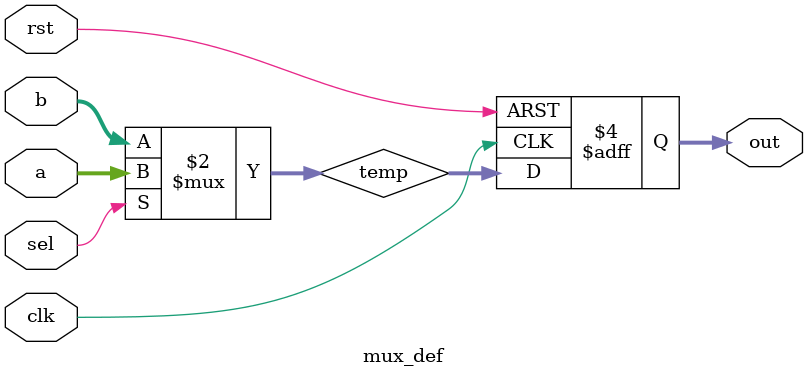
<source format=v>
module D_latch(en,D,Q);	//閂鎖器
input en,D;
output reg Q;
always@(D or en or Q)
begin
	if (en) Q=D;
	else Q = Q;
end
endmodule

module DFF_p(clk,D,Q);	//D型正反器_正緣
input clk,D;
output reg Q;
always@(posedge clk)
begin
	Q<=D;
end
endmodule

module DFF_n(clk,D,Q);	//D型正反器_負緣
input clk,D;
output reg Q;
always@(negedge clk)
begin
	Q<=D;
end
endmodule

module DFF_SR(clk,rst,in,Q);	//同步重置D型正反器
input clk,rst,in;
output reg Q;
always@(posedge clk)
begin
	if (rst) Q<=1'b0;
	else Q<=in;
end
endmodule

module DFF_AR(clk,rst,in,Q);	//非同步重置D型正反器
input clk,rst,in;
output reg Q;
always@(posedge clk or posedge rst)
begin
	if (rst) Q<=1'b0;
	else Q<=in;
end
endmodule

module DFF_en(clk,rst,en,in,Q);	//致能D型正反器
input clk,rst,en,in;
output reg Q;
always@(posedge clk)
begin
	if (rst) Q<=1'b0;
	else if(en) Q<=in;
end		 //else Q <=Q 可以不用寫
endmodule

module reg_4bits(clk,rst,en,in,out);	//4位元暫存器
input clk,rst,en;
input [3:0] in;
output reg [3:0] out;
always@(posedge clk or posedge rst)
begin
	if (rst) out<=4'b0000;
	else out<=in;
end
endmodule

module upCnt_1(rst,clk,out);
input rst,clk;
output reg [2:0] out;
reg [2:0] din;
always@(posedge clk)
begin 
	if (rst) out <= 3'd0;
	else out <= din;
end
always@(out)
begin
	if (out == 3'd5)
		din = 3'd0;
	else 
		din = out;
end
endmodule

module upCnt_2(rst,clk,out);
input rst,clk;
output reg [2:0] out;
always@(posedge clk)
begin 
	if (rst) out <= 3'd0;
	else 
		if (out == 3'd5)
			out <= 3'd0;
		else 
			out <= out + 3'd1;
end
endmodule

module downCnt_1(rst,clk,out);
input rst,clk;
output reg [2:0] out;
always@(negedge clk)
begin 
	if (!rst) out <= 3'd5;
	else 
		if (out == 3'd0)
			out <= 3'd5;
		else 
			out <= out - 3'd1;
end
endmodule

module fqDiv2(rst,clk,clk_div2);
input rst,clk;
output reg clk_div2;
wire not_clk_div2;
assign not_clk_div2 = ~clk_div2;
always@(posedge clk or posedge rst)
begin 
	if (rst) clk_div2 <= 1'b0;
	else clk_div2 <= not_clk_div2;
end
endmodule

module fqDiv6(rst,clk,clk_div6);
input rst,clk;
output reg clk_div6;
reg [2:0] out;
wire en;

assign en = (out == 3'd2);
always@(posedge clk)
begin
	if (rst) out <= 3'd0;
	else 
		if (en) out <=3'd0;
		else out <= out + 3'd1;
end

always@(posedge clk)
begin
	if (rst) out <= 1'b0;
	else 
		if (en) clk_div6 <= ~clk_div6;
end
endmodule 

module SISO_4b(
input clk, rst,
input SI,
output SO);

reg [3:0] dff4b;
assign SO = dff4b[3];

always@(posedge clk or negedge rst)
begin 
	if (!rst) dff4b <=4'b0;
	else begin
		dff4b[3] <= dff4b[2];
		dff4b[2] <= dff4b[1];
		dff4b[1] <= dff4b[0];
		dff4b[0] <= SI;
		end
end
endmodule

module PISO_4b(
input clk,rst,
input load,
input [3:0] PI,
output SO);

reg [3:0] dff4b;
assign SO = dff4b[3];

always@(posedge clk or negedge rst)
begin:PISO_blk	//PISO_blk區塊為命名
	integer i;
	if (!rst)
		dff4b<=4'b0;
	else if (load)
			dff4b<=PI;
		else begin
			for (i=3;i>0;i=i-1)
				dff4b[i]<=dff4b[i-1];
			dff4b[0]<=1'b0;
			end
end
endmodule

module debounce (clk,bin,bout);
parameter CNT_W = 20;
input clk;
input bin;
output bout;
reg [CNT_W-1:0] cnt;
reg bin_syn0,bin_syn1,bin_int;

assign bout = ~cnt[CNT_W-1];	//MSB為1時達到上限
always@(posedge clk)	//synchron
begin
	bin_syn0 <= bin;
	bin_syn1 <= bin_syn0;
	bin_int <= bin_syn1;
end

always@(posedge clk)
begin
	if (bin_int) cnt <= {CNT_W{1'b0}};
	else if (!cnt[CNT_W-1])	//MSB未達上限
		cnt <= cnt + 1'b1;
end
endmodule

module up_cnt_pmtr
#(parameter WIDTH = 32)(
input clk,
input rst,
input en,
input clr,
output reg[WIDTH-1:0] cnt);

wire [WIDTH-1:0] zero = {(WIDTH){1'b0}};
always@(posedge clk or posedge rst)
begin
	if (rst) cnt <= zero;
	else if (en)
		begin 
			if (clr) cnt <= zero;
			else cnt <= cnt + 1'b1;
		end
end
endmodule

module PWM(
input clk,rst,
input [3:0] duty,
output reg pwm);

reg [2:0] cnt;
wire it;
assign it = ({1'b0,cnt}<duty);

always@(posedge clk or posedge rst)
begin
	if (rst) cnt = 3'd0;
//	else if (cnt == 3'd7)
//			cnt = 3'd0;
		else cnt = cnt + 1'd1;
end

always@(posedge clk or posedge rst)
begin
	if (rst) pwm = 1'b0;
	else pwm = it;
end

endmodule

`define WIDTH 32
`define OUT_REG

module mux_def(
`ifdef OUT_REG
input rst,
input clk,
`endif
input sel,
input [`WIDTH-1:0] a,b,
output reg [`WIDTH-1:0] out);

wire [`WIDTH-1:0] temp;
assign temp = sel?a:b;

`ifdef OUT_REG
always@(posedge clk or posedge rst)
begin
	if (rst) 
		out <= `WIDTH'd0;
	else
		out <= temp;
end
`else 
always@(temp)
begin
	out <= temp;
end
`endif

endmodule


</source>
